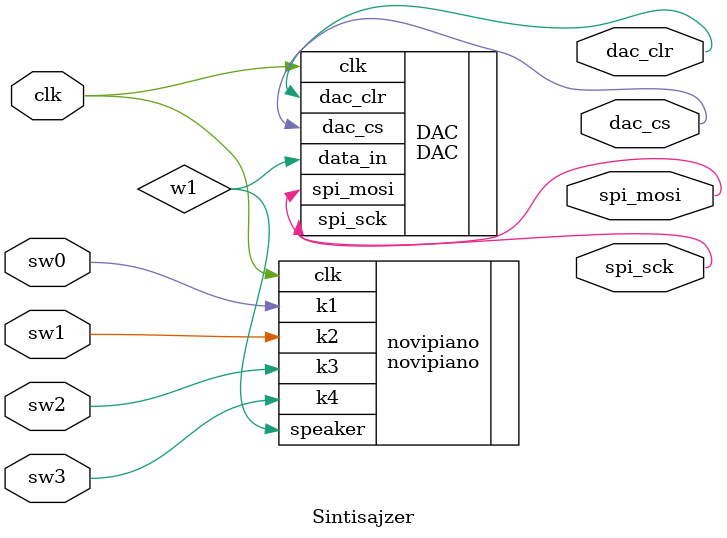
<source format=v>
`timescale 1ns / 1ps
module Sintisajzer( input clk, sw0, sw1, sw2, sw3, output dac_cs, spi_sck, spi_mosi, dac_clr
    );
	 
	wire w1;
	
novipiano novipiano (.clk(clk), .k1(sw0), .k2(sw1), .k3(sw2), .k4(sw3), .speaker(w1));
DAC DAC(.clk(clk),.data_in(w1),.spi_mosi(spi_mosi),.dac_cs(dac_cs),.dac_clr(dac_clr),.spi_sck(spi_sck));

endmodule

</source>
